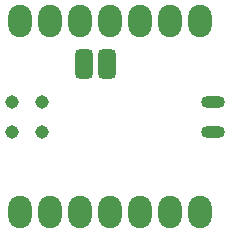
<source format=gbr>
%TF.GenerationSoftware,KiCad,Pcbnew,(6.0.9)*%
%TF.CreationDate,2023-04-09T12:51:12-04:00*%
%TF.ProjectId,MainPad,4d61696e-5061-4642-9e6b-696361645f70,rev?*%
%TF.SameCoordinates,Original*%
%TF.FileFunction,Paste,Bot*%
%TF.FilePolarity,Positive*%
%FSLAX46Y46*%
G04 Gerber Fmt 4.6, Leading zero omitted, Abs format (unit mm)*
G04 Created by KiCad (PCBNEW (6.0.9)) date 2023-04-09 12:51:12*
%MOMM*%
%LPD*%
G01*
G04 APERTURE LIST*
G04 Aperture macros list*
%AMRoundRect*
0 Rectangle with rounded corners*
0 $1 Rounding radius*
0 $2 $3 $4 $5 $6 $7 $8 $9 X,Y pos of 4 corners*
0 Add a 4 corners polygon primitive as box body*
4,1,4,$2,$3,$4,$5,$6,$7,$8,$9,$2,$3,0*
0 Add four circle primitives for the rounded corners*
1,1,$1+$1,$2,$3*
1,1,$1+$1,$4,$5*
1,1,$1+$1,$6,$7*
1,1,$1+$1,$8,$9*
0 Add four rect primitives between the rounded corners*
20,1,$1+$1,$2,$3,$4,$5,0*
20,1,$1+$1,$4,$5,$6,$7,0*
20,1,$1+$1,$6,$7,$8,$9,0*
20,1,$1+$1,$8,$9,$2,$3,0*%
G04 Aperture macros list end*
%ADD10O,1.998980X2.748280*%
%ADD11O,2.032000X1.016000*%
%ADD12C,1.143000*%
%ADD13RoundRect,0.375000X-0.375000X0.875000X-0.375000X-0.875000X0.375000X-0.875000X0.375000X0.875000X0*%
G04 APERTURE END LIST*
D10*
%TO.C,U1*%
X122540480Y-30318720D03*
X125080480Y-30318720D03*
X127620480Y-30318720D03*
X130160480Y-30318720D03*
X132700480Y-30318720D03*
X135240480Y-30318720D03*
X137780480Y-30318720D03*
X137780480Y-46483280D03*
X135240480Y-46483280D03*
X132700480Y-46483280D03*
X130160480Y-46483280D03*
X127620480Y-46483280D03*
X125080480Y-46483280D03*
X122540480Y-46483280D03*
D11*
X138858300Y-37185600D03*
X138858300Y-39735600D03*
D12*
X121854113Y-37184403D03*
X121854113Y-39724403D03*
X124394113Y-37184403D03*
X124394113Y-39724403D03*
D13*
X127958300Y-33930600D03*
X129863300Y-33930600D03*
%TD*%
M02*

</source>
